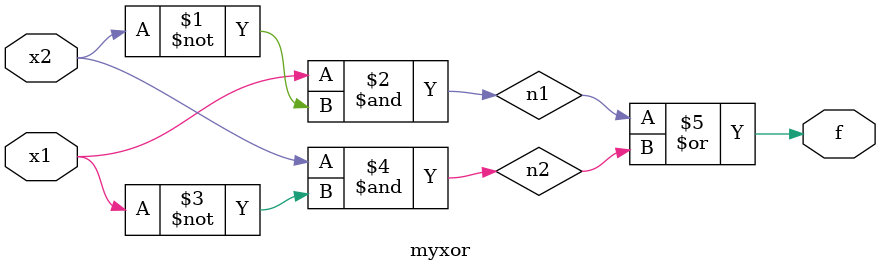
<source format=v>
module myxor(x1,x2,f);
input x1,x2;
output f;
wire n1,n2;
and(n1,x1,~x2);
and(n2,x2,~x1);
or(f,n1,n2);


endmodule
</source>
